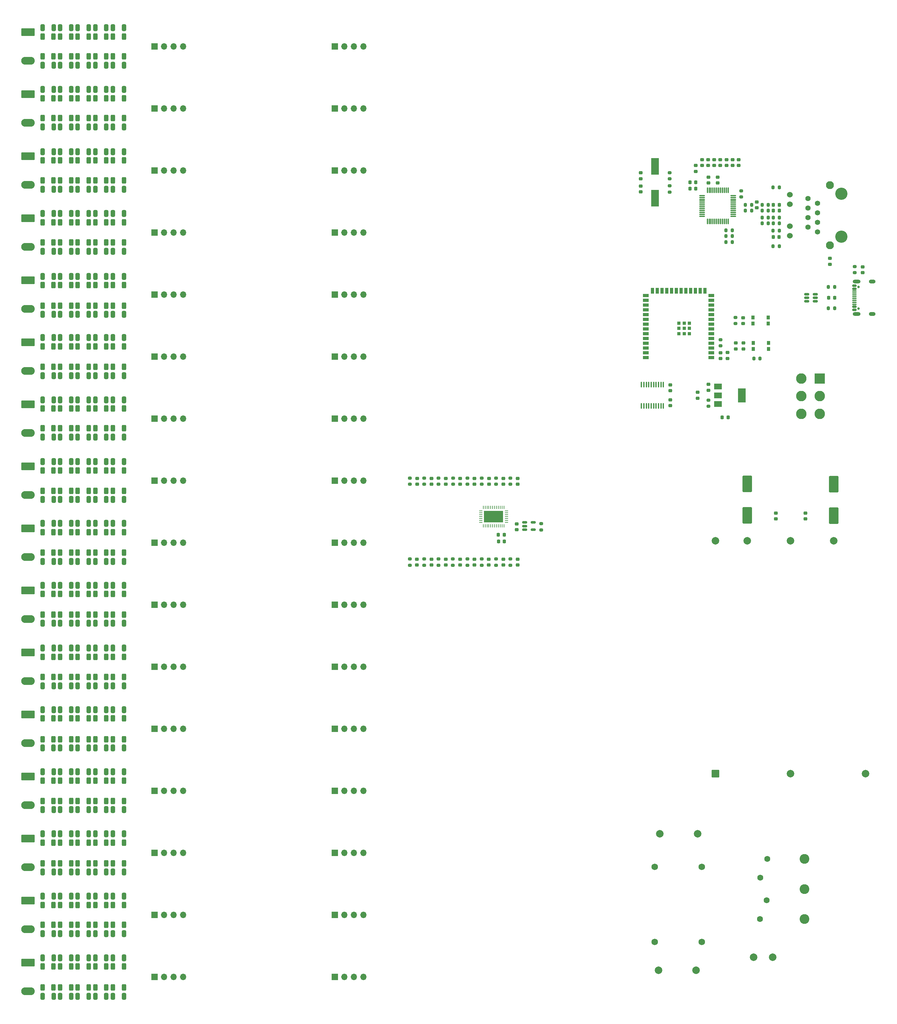
<source format=gbr>
%TF.GenerationSoftware,KiCad,Pcbnew,7.0.9*%
%TF.CreationDate,2024-07-10T12:52:44+02:00*%
%TF.ProjectId,diffprobe-espnow,64696666-7072-46f6-9265-2d6573706e6f,rev?*%
%TF.SameCoordinates,Original*%
%TF.FileFunction,Soldermask,Top*%
%TF.FilePolarity,Negative*%
%FSLAX46Y46*%
G04 Gerber Fmt 4.6, Leading zero omitted, Abs format (unit mm)*
G04 Created by KiCad (PCBNEW 7.0.9) date 2024-07-10 12:52:44*
%MOMM*%
%LPD*%
G01*
G04 APERTURE LIST*
G04 Aperture macros list*
%AMRoundRect*
0 Rectangle with rounded corners*
0 $1 Rounding radius*
0 $2 $3 $4 $5 $6 $7 $8 $9 X,Y pos of 4 corners*
0 Add a 4 corners polygon primitive as box body*
4,1,4,$2,$3,$4,$5,$6,$7,$8,$9,$2,$3,0*
0 Add four circle primitives for the rounded corners*
1,1,$1+$1,$2,$3*
1,1,$1+$1,$4,$5*
1,1,$1+$1,$6,$7*
1,1,$1+$1,$8,$9*
0 Add four rect primitives between the rounded corners*
20,1,$1+$1,$2,$3,$4,$5,0*
20,1,$1+$1,$4,$5,$6,$7,0*
20,1,$1+$1,$6,$7,$8,$9,0*
20,1,$1+$1,$8,$9,$2,$3,0*%
G04 Aperture macros list end*
%ADD10C,3.251200*%
%ADD11C,1.397000*%
%ADD12C,1.524000*%
%ADD13C,2.108200*%
%ADD14RoundRect,0.250000X-0.325000X-0.650000X0.325000X-0.650000X0.325000X0.650000X-0.325000X0.650000X0*%
%ADD15RoundRect,0.250000X-0.312500X-0.625000X0.312500X-0.625000X0.312500X0.625000X-0.312500X0.625000X0*%
%ADD16RoundRect,0.225000X-0.225000X-0.250000X0.225000X-0.250000X0.225000X0.250000X-0.225000X0.250000X0*%
%ADD17RoundRect,0.200000X-0.200000X-0.275000X0.200000X-0.275000X0.200000X0.275000X-0.200000X0.275000X0*%
%ADD18R,1.700000X1.700000*%
%ADD19O,1.700000X1.700000*%
%ADD20RoundRect,0.250001X-1.549999X0.799999X-1.549999X-0.799999X1.549999X-0.799999X1.549999X0.799999X0*%
%ADD21O,3.600000X2.100000*%
%ADD22RoundRect,0.225000X-0.250000X0.225000X-0.250000X-0.225000X0.250000X-0.225000X0.250000X0.225000X0*%
%ADD23RoundRect,0.218750X-0.218750X-0.256250X0.218750X-0.256250X0.218750X0.256250X-0.218750X0.256250X0*%
%ADD24RoundRect,0.200000X-0.275000X0.200000X-0.275000X-0.200000X0.275000X-0.200000X0.275000X0.200000X0*%
%ADD25RoundRect,0.200000X0.275000X-0.200000X0.275000X0.200000X-0.275000X0.200000X-0.275000X-0.200000X0*%
%ADD26RoundRect,0.225000X0.250000X-0.225000X0.250000X0.225000X-0.250000X0.225000X-0.250000X-0.225000X0*%
%ADD27RoundRect,0.200000X0.200000X0.275000X-0.200000X0.275000X-0.200000X-0.275000X0.200000X-0.275000X0*%
%ADD28RoundRect,0.075000X0.075000X0.662500X-0.075000X0.662500X-0.075000X-0.662500X0.075000X-0.662500X0*%
%ADD29RoundRect,0.075000X0.662500X0.075000X-0.662500X0.075000X-0.662500X-0.075000X0.662500X-0.075000X0*%
%ADD30C,0.650000*%
%ADD31RoundRect,0.150000X0.425000X-0.150000X0.425000X0.150000X-0.425000X0.150000X-0.425000X-0.150000X0*%
%ADD32RoundRect,0.075000X0.500000X-0.075000X0.500000X0.075000X-0.500000X0.075000X-0.500000X-0.075000X0*%
%ADD33O,2.100000X1.000000*%
%ADD34O,1.800000X1.000000*%
%ADD35R,2.800000X2.800000*%
%ADD36C,2.800000*%
%ADD37C,2.000000*%
%ADD38R,0.900000X1.000000*%
%ADD39R,1.500000X0.900000*%
%ADD40R,0.900000X1.500000*%
%ADD41R,0.900000X0.900000*%
%ADD42RoundRect,0.218750X-0.256250X0.218750X-0.256250X-0.218750X0.256250X-0.218750X0.256250X0.218750X0*%
%ADD43C,2.600000*%
%ADD44RoundRect,0.250000X1.000000X-1.950000X1.000000X1.950000X-1.000000X1.950000X-1.000000X-1.950000X0*%
%ADD45C,1.750000*%
%ADD46C,1.600000*%
%ADD47R,2.000000X4.500000*%
%ADD48RoundRect,0.102000X0.900000X-0.900000X0.900000X0.900000X-0.900000X0.900000X-0.900000X-0.900000X0*%
%ADD49C,2.004000*%
%ADD50RoundRect,0.150000X-0.512500X-0.150000X0.512500X-0.150000X0.512500X0.150000X-0.512500X0.150000X0*%
%ADD51RoundRect,0.062500X-0.062500X0.375000X-0.062500X-0.375000X0.062500X-0.375000X0.062500X0.375000X0*%
%ADD52RoundRect,0.062500X-0.375000X0.062500X-0.375000X-0.062500X0.375000X-0.062500X0.375000X0.062500X0*%
%ADD53R,5.150000X3.150000*%
%ADD54RoundRect,0.100000X-0.100000X0.637500X-0.100000X-0.637500X0.100000X-0.637500X0.100000X0.637500X0*%
%ADD55RoundRect,0.218750X0.256250X-0.218750X0.256250X0.218750X-0.256250X0.218750X-0.256250X-0.218750X0*%
%ADD56R,2.000000X1.500000*%
%ADD57R,2.000000X3.800000*%
G04 APERTURE END LIST*
D10*
%TO.C,J12*%
X301604200Y-127159450D03*
X301604200Y-115729450D03*
D11*
X292714200Y-116999450D03*
X295254200Y-118269450D03*
X292714200Y-119539450D03*
X295254200Y-120809450D03*
X292714200Y-122079450D03*
X295254200Y-123349450D03*
X292714200Y-124619450D03*
X295254200Y-125889450D03*
D12*
X287888200Y-115983450D03*
X287888200Y-118523450D03*
X287888200Y-124365450D03*
X287888200Y-126905450D03*
D13*
X298556200Y-129445450D03*
X298556200Y-113443450D03*
%TD*%
D14*
%TO.C,C588*%
X98250000Y-213600000D03*
X101200000Y-213600000D03*
%TD*%
%TO.C,C546*%
X88897500Y-147850000D03*
X91847500Y-147850000D03*
%TD*%
D15*
%TO.C,R516*%
X88910000Y-95600000D03*
X91835000Y-95600000D03*
%TD*%
%TO.C,R657*%
X93600000Y-327000000D03*
X96525000Y-327000000D03*
%TD*%
D16*
%TO.C,C106*%
X210295000Y-206540000D03*
X211845000Y-206540000D03*
%TD*%
D14*
%TO.C,C613*%
X98250000Y-253100000D03*
X101200000Y-253100000D03*
%TD*%
D15*
%TO.C,R605*%
X107662500Y-239000000D03*
X110587500Y-239000000D03*
%TD*%
D14*
%TO.C,C640*%
X107650000Y-296300000D03*
X110600000Y-296300000D03*
%TD*%
D15*
%TO.C,R602*%
X93600000Y-239000000D03*
X96525000Y-239000000D03*
%TD*%
D17*
%TO.C,R119*%
X283475000Y-123619500D03*
X285125000Y-123619500D03*
%TD*%
D15*
%TO.C,R587*%
X93600000Y-211250000D03*
X96525000Y-211250000D03*
%TD*%
D18*
%TO.C,J124*%
X166700000Y-258140000D03*
D19*
X169240000Y-258140000D03*
X171780000Y-258140000D03*
X174320000Y-258140000D03*
%TD*%
D14*
%TO.C,C526*%
X88897500Y-114550000D03*
X91847500Y-114550000D03*
%TD*%
D15*
%TO.C,R617*%
X93600000Y-260950000D03*
X96525000Y-260950000D03*
%TD*%
D14*
%TO.C,C521*%
X88897500Y-104550000D03*
X91847500Y-104550000D03*
%TD*%
%TO.C,C615*%
X107650000Y-253100000D03*
X110600000Y-253100000D03*
%TD*%
%TO.C,C635*%
X107650000Y-286150000D03*
X110600000Y-286150000D03*
%TD*%
D15*
%TO.C,R639*%
X102962500Y-293950000D03*
X105887500Y-293950000D03*
%TD*%
%TO.C,R576*%
X88910000Y-194800000D03*
X91835000Y-194800000D03*
%TD*%
%TO.C,R549*%
X102962500Y-145530000D03*
X105887500Y-145530000D03*
%TD*%
D20*
%TO.C,J509*%
X85067500Y-204800000D03*
D21*
X85067500Y-212420000D03*
%TD*%
D14*
%TO.C,C591*%
X88897500Y-219950000D03*
X91847500Y-219950000D03*
%TD*%
D15*
%TO.C,R552*%
X93600000Y-156400000D03*
X96525000Y-156400000D03*
%TD*%
D16*
%TO.C,C105*%
X211850000Y-208300000D03*
X210300000Y-208300000D03*
%TD*%
D14*
%TO.C,C554*%
X102950000Y-154050000D03*
X105900000Y-154050000D03*
%TD*%
D22*
%TO.C,C108*%
X275444999Y-148740000D03*
X275444999Y-150290000D03*
%TD*%
D18*
%TO.C,J116*%
X166700000Y-192100000D03*
D19*
X169240000Y-192100000D03*
X171780000Y-192100000D03*
X174320000Y-192100000D03*
%TD*%
D15*
%TO.C,R659*%
X102962500Y-327000000D03*
X105887500Y-327000000D03*
%TD*%
%TO.C,R633*%
X98262500Y-288500000D03*
X101187500Y-288500000D03*
%TD*%
D14*
%TO.C,C614*%
X102950000Y-253100000D03*
X105900000Y-253100000D03*
%TD*%
%TO.C,C600*%
X107650000Y-230100000D03*
X110600000Y-230100000D03*
%TD*%
%TO.C,C555*%
X107650000Y-154050000D03*
X110600000Y-154050000D03*
%TD*%
D22*
%TO.C,C120*%
X267763671Y-108215000D03*
X267763671Y-106665000D03*
%TD*%
D14*
%TO.C,C622*%
X93587500Y-269600000D03*
X96537500Y-269600000D03*
%TD*%
D15*
%TO.C,R531*%
X88910000Y-123400000D03*
X91835000Y-123400000D03*
%TD*%
D23*
%TO.C,D101*%
X299797500Y-143445000D03*
X298222500Y-143445000D03*
%TD*%
D15*
%TO.C,R590*%
X107662500Y-211250000D03*
X110587500Y-211250000D03*
%TD*%
D22*
%TO.C,C121*%
X266142005Y-108215000D03*
X266142005Y-106665000D03*
%TD*%
D15*
%TO.C,R637*%
X93600000Y-293950000D03*
X96525000Y-293950000D03*
%TD*%
%TO.C,R569*%
X102962500Y-178200000D03*
X105887500Y-178200000D03*
%TD*%
D20*
%TO.C,J504*%
X85067500Y-122250000D03*
D21*
X85067500Y-129870000D03*
%TD*%
D24*
%TO.C,R107*%
X255884200Y-111810000D03*
X255884200Y-110160000D03*
%TD*%
D15*
%TO.C,R595*%
X107662500Y-222300000D03*
X110587500Y-222300000D03*
%TD*%
%TO.C,R640*%
X107662500Y-293950000D03*
X110587500Y-293950000D03*
%TD*%
D14*
%TO.C,C652*%
X93587500Y-319100000D03*
X96537500Y-319100000D03*
%TD*%
%TO.C,C566*%
X88897500Y-180550000D03*
X91847500Y-180550000D03*
%TD*%
D22*
%TO.C,C114*%
X266214200Y-112875000D03*
X266214200Y-111325000D03*
%TD*%
D14*
%TO.C,C536*%
X88897500Y-131100000D03*
X91847500Y-131100000D03*
%TD*%
D15*
%TO.C,R610*%
X107662500Y-244350000D03*
X110587500Y-244350000D03*
%TD*%
%TO.C,R543*%
X98262500Y-140100000D03*
X101187500Y-140100000D03*
%TD*%
D18*
%TO.C,J132*%
X166700000Y-324180000D03*
D19*
X169240000Y-324180000D03*
X171780000Y-324180000D03*
X174320000Y-324180000D03*
%TD*%
D15*
%TO.C,R589*%
X102962500Y-211250000D03*
X105887500Y-211250000D03*
%TD*%
D25*
%TO.C,R206*%
X194376666Y-191450000D03*
X194376666Y-193100000D03*
%TD*%
D18*
%TO.C,J131*%
X118700000Y-324180000D03*
D19*
X121240000Y-324180000D03*
X123780000Y-324180000D03*
X126320000Y-324180000D03*
%TD*%
D14*
%TO.C,C535*%
X107650000Y-121050000D03*
X110600000Y-121050000D03*
%TD*%
D26*
%TO.C,C202*%
X211596663Y-191500000D03*
X211596663Y-193050000D03*
%TD*%
D15*
%TO.C,R574*%
X102962500Y-189400000D03*
X105887500Y-189400000D03*
%TD*%
D25*
%TO.C,R105*%
X273374999Y-150340000D03*
X273374999Y-148690000D03*
%TD*%
D24*
%TO.C,R213*%
X202006664Y-214625000D03*
X202006664Y-212975000D03*
%TD*%
D15*
%TO.C,R634*%
X102962500Y-288500000D03*
X105887500Y-288500000D03*
%TD*%
D14*
%TO.C,C572*%
X93587500Y-187050000D03*
X96537500Y-187050000D03*
%TD*%
D22*
%TO.C,C216*%
X215400000Y-213025000D03*
X215400000Y-214575000D03*
%TD*%
D15*
%TO.C,R528*%
X98262500Y-112200000D03*
X101187500Y-112200000D03*
%TD*%
D14*
%TO.C,C647*%
X93587500Y-312700000D03*
X96537500Y-312700000D03*
%TD*%
%TO.C,C586*%
X88897500Y-213600000D03*
X91847500Y-213600000D03*
%TD*%
%TO.C,C527*%
X93587500Y-114550000D03*
X96537500Y-114550000D03*
%TD*%
%TO.C,C653*%
X98250000Y-319100000D03*
X101200000Y-319100000D03*
%TD*%
%TO.C,C610*%
X107650000Y-246700000D03*
X110600000Y-246700000D03*
%TD*%
D15*
%TO.C,R570*%
X107662500Y-178200000D03*
X110587500Y-178200000D03*
%TD*%
D18*
%TO.C,J117*%
X118700000Y-208610000D03*
D19*
X121240000Y-208610000D03*
X123780000Y-208610000D03*
X126320000Y-208610000D03*
%TD*%
D14*
%TO.C,C564*%
X102950000Y-170600000D03*
X105900000Y-170600000D03*
%TD*%
%TO.C,C649*%
X102950000Y-312700000D03*
X105900000Y-312700000D03*
%TD*%
%TO.C,C581*%
X88897500Y-203500000D03*
X91847500Y-203500000D03*
%TD*%
%TO.C,C578*%
X98250000Y-197150000D03*
X101200000Y-197150000D03*
%TD*%
%TO.C,C568*%
X98250000Y-180550000D03*
X101200000Y-180550000D03*
%TD*%
D15*
%TO.C,R598*%
X98262500Y-227750000D03*
X101187500Y-227750000D03*
%TD*%
D14*
%TO.C,C625*%
X107650000Y-269600000D03*
X110600000Y-269600000D03*
%TD*%
D15*
%TO.C,R612*%
X93600000Y-255400000D03*
X96525000Y-255400000D03*
%TD*%
D18*
%TO.C,J112*%
X166700000Y-159080000D03*
D19*
X169240000Y-159080000D03*
X171780000Y-159080000D03*
X174320000Y-159080000D03*
%TD*%
D26*
%TO.C,C206*%
X196289999Y-191500000D03*
X196289999Y-193050000D03*
%TD*%
D14*
%TO.C,C655*%
X107650000Y-319100000D03*
X110600000Y-319100000D03*
%TD*%
%TO.C,C562*%
X93587500Y-170600000D03*
X96537500Y-170600000D03*
%TD*%
D15*
%TO.C,R556*%
X88910000Y-161800000D03*
X91835000Y-161800000D03*
%TD*%
%TO.C,R585*%
X107662500Y-205850000D03*
X110587500Y-205850000D03*
%TD*%
D22*
%TO.C,C122*%
X264520335Y-108215000D03*
X264520335Y-106665000D03*
%TD*%
D18*
%TO.C,J122*%
X166700000Y-241630000D03*
D19*
X169240000Y-241630000D03*
X171780000Y-241630000D03*
X174320000Y-241630000D03*
%TD*%
D18*
%TO.C,J105*%
X118700000Y-109550000D03*
D19*
X121240000Y-109550000D03*
X123780000Y-109550000D03*
X126320000Y-109550000D03*
%TD*%
D15*
%TO.C,R555*%
X107662500Y-156400000D03*
X110587500Y-156400000D03*
%TD*%
D25*
%TO.C,R207*%
X190550000Y-191450000D03*
X190550000Y-193100000D03*
%TD*%
D20*
%TO.C,J503*%
X85067500Y-105740000D03*
D21*
X85067500Y-113360000D03*
%TD*%
D15*
%TO.C,R540*%
X107662500Y-128750000D03*
X110587500Y-128750000D03*
%TD*%
D14*
%TO.C,C524*%
X102950000Y-104550000D03*
X105900000Y-104550000D03*
%TD*%
D15*
%TO.C,R575*%
X107662500Y-189400000D03*
X110587500Y-189400000D03*
%TD*%
D17*
%TO.C,R114*%
X280500000Y-122119500D03*
X282150000Y-122119500D03*
%TD*%
D27*
%TO.C,R123*%
X283425000Y-114100000D03*
X285075000Y-114100000D03*
%TD*%
D14*
%TO.C,C542*%
X93587500Y-137750000D03*
X96537500Y-137750000D03*
%TD*%
D15*
%TO.C,R553*%
X98262500Y-156400000D03*
X101187500Y-156400000D03*
%TD*%
%TO.C,R594*%
X102962500Y-222300000D03*
X105887500Y-222300000D03*
%TD*%
D28*
%TO.C,U103*%
X271437005Y-123157500D03*
X270937005Y-123157500D03*
X270437005Y-123157500D03*
X269937005Y-123157500D03*
X269437005Y-123157500D03*
X268937005Y-123157500D03*
X268437005Y-123157500D03*
X267937005Y-123157500D03*
X267437005Y-123157500D03*
X266937005Y-123157500D03*
X266437005Y-123157500D03*
X265937005Y-123157500D03*
D29*
X264524505Y-121745000D03*
X264524505Y-121245000D03*
X264524505Y-120745000D03*
X264524505Y-120245000D03*
X264524505Y-119745000D03*
X264524505Y-119245000D03*
X264524505Y-118745000D03*
X264524505Y-118245000D03*
X264524505Y-117745000D03*
X264524505Y-117245000D03*
X264524505Y-116745000D03*
X264524505Y-116245000D03*
D28*
X265937005Y-114832500D03*
X266437005Y-114832500D03*
X266937005Y-114832500D03*
X267437005Y-114832500D03*
X267937005Y-114832500D03*
X268437005Y-114832500D03*
X268937005Y-114832500D03*
X269437005Y-114832500D03*
X269937005Y-114832500D03*
X270437005Y-114832500D03*
X270937005Y-114832500D03*
X271437005Y-114832500D03*
D29*
X272849505Y-116245000D03*
X272849505Y-116745000D03*
X272849505Y-117245000D03*
X272849505Y-117745000D03*
X272849505Y-118245000D03*
X272849505Y-118745000D03*
X272849505Y-119245000D03*
X272849505Y-119745000D03*
X272849505Y-120245000D03*
X272849505Y-120745000D03*
X272849505Y-121245000D03*
X272849505Y-121745000D03*
%TD*%
D22*
%TO.C,C211*%
X196266665Y-214575000D03*
X196266665Y-213025000D03*
%TD*%
D14*
%TO.C,C631*%
X88897500Y-286150000D03*
X91847500Y-286150000D03*
%TD*%
D15*
%TO.C,R643*%
X98262500Y-305050000D03*
X101187500Y-305050000D03*
%TD*%
%TO.C,R523*%
X98262500Y-106900000D03*
X101187500Y-106900000D03*
%TD*%
D14*
%TO.C,C590*%
X107650000Y-213600000D03*
X110600000Y-213600000D03*
%TD*%
%TO.C,C651*%
X88897500Y-319100000D03*
X91847500Y-319100000D03*
%TD*%
D15*
%TO.C,R578*%
X98262500Y-194800000D03*
X101187500Y-194800000D03*
%TD*%
D18*
%TO.C,J129*%
X118700000Y-307670000D03*
D19*
X121240000Y-307670000D03*
X123780000Y-307670000D03*
X126320000Y-307670000D03*
%TD*%
D14*
%TO.C,C633*%
X98250000Y-286150000D03*
X101200000Y-286150000D03*
%TD*%
%TO.C,C534*%
X102950000Y-121050000D03*
X105900000Y-121050000D03*
%TD*%
D26*
%TO.C,C201*%
X215423334Y-191500000D03*
X215423334Y-193050000D03*
%TD*%
D15*
%TO.C,R519*%
X102962500Y-95600000D03*
X105887500Y-95600000D03*
%TD*%
D30*
%TO.C,J11*%
X306145000Y-146335000D03*
X306145000Y-140555000D03*
D31*
X305070000Y-146645000D03*
X305070000Y-145845000D03*
D32*
X305070000Y-144695000D03*
X305070000Y-143695000D03*
X305070000Y-143195000D03*
X305070000Y-142195000D03*
D31*
X305070000Y-141045000D03*
X305070000Y-140245000D03*
X305070000Y-140245000D03*
X305070000Y-141045000D03*
D32*
X305070000Y-141695000D03*
X305070000Y-142695000D03*
X305070000Y-144195000D03*
X305070000Y-145195000D03*
D31*
X305070000Y-145845000D03*
X305070000Y-146645000D03*
D33*
X305645000Y-147765000D03*
D34*
X309825000Y-147765000D03*
D33*
X305645000Y-139125000D03*
D34*
X309825000Y-139125000D03*
%TD*%
D35*
%TO.C,SW103*%
X295810000Y-164950000D03*
D36*
X295810000Y-169650000D03*
X295810000Y-174350000D03*
X290980000Y-164950000D03*
X290980000Y-169650000D03*
X290980000Y-174350000D03*
%TD*%
D14*
%TO.C,C514*%
X102950000Y-87950000D03*
X105900000Y-87950000D03*
%TD*%
D37*
%TO.C,C302*%
X253300000Y-286080000D03*
X263300000Y-286080000D03*
%TD*%
D15*
%TO.C,R616*%
X88910000Y-260950000D03*
X91835000Y-260950000D03*
%TD*%
D38*
%TO.C,SW102*%
X278064999Y-148715000D03*
X282164999Y-148715000D03*
X278064999Y-150315000D03*
X282164999Y-150315000D03*
%TD*%
D15*
%TO.C,R517*%
X93600000Y-95600000D03*
X96525000Y-95600000D03*
%TD*%
D14*
%TO.C,C620*%
X107647500Y-263230000D03*
X110597500Y-263230000D03*
%TD*%
D15*
%TO.C,R615*%
X107662500Y-255400000D03*
X110587500Y-255400000D03*
%TD*%
D18*
%TO.C,J118*%
X166700000Y-208610000D03*
D19*
X169240000Y-208610000D03*
X171780000Y-208610000D03*
X174320000Y-208610000D03*
%TD*%
D15*
%TO.C,R582*%
X93600000Y-205850000D03*
X96525000Y-205850000D03*
%TD*%
D14*
%TO.C,C582*%
X93587500Y-203500000D03*
X96537500Y-203500000D03*
%TD*%
D15*
%TO.C,R521*%
X88910000Y-106900000D03*
X91835000Y-106900000D03*
%TD*%
D39*
%TO.C,U101*%
X267020000Y-159330000D03*
X267020000Y-158060000D03*
X267020000Y-156790000D03*
X267020000Y-155520000D03*
X267020000Y-154250000D03*
X267020000Y-152980000D03*
X267020000Y-151710000D03*
X267020000Y-150440000D03*
X267020000Y-149170000D03*
X267020000Y-147900000D03*
X267020000Y-146630000D03*
X267020000Y-145360000D03*
X267020000Y-144090000D03*
X267020000Y-142820000D03*
D40*
X265255000Y-141570000D03*
X263985000Y-141570000D03*
X262715000Y-141570000D03*
X261445000Y-141570000D03*
X260175000Y-141570000D03*
X258905000Y-141570000D03*
X257635000Y-141570000D03*
X256365000Y-141570000D03*
X255095000Y-141570000D03*
X253825000Y-141570000D03*
X252555000Y-141570000D03*
X251285000Y-141570000D03*
D39*
X249520000Y-142820000D03*
X249520000Y-144090000D03*
X249520000Y-145360000D03*
X249520000Y-146630000D03*
X249520000Y-147900000D03*
X249520000Y-149170000D03*
X249520000Y-150440000D03*
X249520000Y-151710000D03*
X249520000Y-152980000D03*
X249520000Y-154250000D03*
X249520000Y-155520000D03*
X249520000Y-156790000D03*
X249520000Y-158060000D03*
X249520000Y-159330000D03*
D41*
X261170000Y-153010000D03*
X261170000Y-151610000D03*
X261170000Y-150210000D03*
X259770000Y-153010000D03*
X259770000Y-151610000D03*
X259770000Y-150210000D03*
X258370000Y-153010000D03*
X258370000Y-151610000D03*
X258370000Y-150210000D03*
%TD*%
D14*
%TO.C,C587*%
X93587500Y-213600000D03*
X96537500Y-213600000D03*
%TD*%
D17*
%TO.C,R118*%
X283425000Y-125600000D03*
X285075000Y-125600000D03*
%TD*%
%TO.C,R115*%
X277700000Y-118750000D03*
X276050000Y-118750000D03*
%TD*%
D16*
%TO.C,C113*%
X262837005Y-114445000D03*
X261287005Y-114445000D03*
%TD*%
D14*
%TO.C,C660*%
X107650000Y-329350000D03*
X110600000Y-329350000D03*
%TD*%
D20*
%TO.C,J505*%
X85067500Y-138760000D03*
D21*
X85067500Y-146380000D03*
%TD*%
D15*
%TO.C,R646*%
X88910000Y-310350000D03*
X91835000Y-310350000D03*
%TD*%
D14*
%TO.C,C553*%
X98250000Y-154050000D03*
X101200000Y-154050000D03*
%TD*%
D27*
%TO.C,R122*%
X285075000Y-129700000D03*
X283425000Y-129700000D03*
%TD*%
D15*
%TO.C,R518*%
X98262500Y-95600000D03*
X101187500Y-95600000D03*
%TD*%
D14*
%TO.C,C629*%
X102950000Y-279700000D03*
X105900000Y-279700000D03*
%TD*%
%TO.C,C543*%
X98250000Y-137750000D03*
X101200000Y-137750000D03*
%TD*%
%TO.C,C531*%
X88897500Y-121050000D03*
X91847500Y-121050000D03*
%TD*%
D15*
%TO.C,R507*%
X93600000Y-79150000D03*
X96525000Y-79150000D03*
%TD*%
%TO.C,R537*%
X93600000Y-128750000D03*
X96525000Y-128750000D03*
%TD*%
%TO.C,R638*%
X98262500Y-293950000D03*
X101187500Y-293950000D03*
%TD*%
D14*
%TO.C,C646*%
X88897500Y-312700000D03*
X91847500Y-312700000D03*
%TD*%
%TO.C,C537*%
X93587500Y-131100000D03*
X96537500Y-131100000D03*
%TD*%
D15*
%TO.C,R524*%
X102962500Y-106900000D03*
X105887500Y-106900000D03*
%TD*%
D14*
%TO.C,C604*%
X102950000Y-236650000D03*
X105900000Y-236650000D03*
%TD*%
D15*
%TO.C,R560*%
X107662500Y-161800000D03*
X110587500Y-161800000D03*
%TD*%
D22*
%TO.C,C212*%
X200093331Y-214575000D03*
X200093331Y-213025000D03*
%TD*%
D27*
%TO.C,R120*%
X280500000Y-118750000D03*
X282150000Y-118750000D03*
%TD*%
D24*
%TO.C,R106*%
X266260000Y-170702500D03*
X266260000Y-172352500D03*
%TD*%
D26*
%TO.C,C305*%
X284200000Y-202275000D03*
X284200000Y-200725000D03*
%TD*%
D15*
%TO.C,R641*%
X88910000Y-305050000D03*
X91835000Y-305050000D03*
%TD*%
D26*
%TO.C,C111*%
X248184200Y-113710000D03*
X248184200Y-115260000D03*
%TD*%
D14*
%TO.C,C540*%
X107650000Y-131100000D03*
X110600000Y-131100000D03*
%TD*%
D15*
%TO.C,R592*%
X93600000Y-222300000D03*
X96525000Y-222300000D03*
%TD*%
D22*
%TO.C,C217*%
X256100000Y-170625000D03*
X256100000Y-172175000D03*
%TD*%
D14*
%TO.C,C577*%
X93587500Y-197150000D03*
X96537500Y-197150000D03*
%TD*%
D22*
%TO.C,C116*%
X274250335Y-108215000D03*
X274250335Y-106665000D03*
%TD*%
D14*
%TO.C,C549*%
X102950000Y-147850000D03*
X105900000Y-147850000D03*
%TD*%
D22*
%TO.C,C214*%
X207746663Y-214575000D03*
X207746663Y-213025000D03*
%TD*%
D14*
%TO.C,C538*%
X98250000Y-131100000D03*
X101200000Y-131100000D03*
%TD*%
%TO.C,C529*%
X102950000Y-114550000D03*
X105900000Y-114550000D03*
%TD*%
%TO.C,C551*%
X88897500Y-154050000D03*
X91847500Y-154050000D03*
%TD*%
D15*
%TO.C,R654*%
X102962500Y-321450000D03*
X105887500Y-321450000D03*
%TD*%
%TO.C,R631*%
X88910000Y-288500000D03*
X91835000Y-288500000D03*
%TD*%
D24*
%TO.C,R108*%
X255884200Y-115310000D03*
X255884200Y-113660000D03*
%TD*%
D14*
%TO.C,C592*%
X93587500Y-219950000D03*
X96537500Y-219950000D03*
%TD*%
D22*
%TO.C,C213*%
X203919997Y-214575000D03*
X203919997Y-213025000D03*
%TD*%
D15*
%TO.C,R504*%
X102962500Y-73920000D03*
X105887500Y-73920000D03*
%TD*%
%TO.C,R565*%
X107662500Y-172950000D03*
X110587500Y-172950000D03*
%TD*%
D20*
%TO.C,J510*%
X85067500Y-221310000D03*
D21*
X85067500Y-228930000D03*
%TD*%
D14*
%TO.C,C638*%
X98250000Y-296300000D03*
X101200000Y-296300000D03*
%TD*%
D15*
%TO.C,R514*%
X102962500Y-90350000D03*
X105887500Y-90350000D03*
%TD*%
%TO.C,R550*%
X107662500Y-145530000D03*
X110587500Y-145530000D03*
%TD*%
D14*
%TO.C,C560*%
X107650000Y-164150000D03*
X110600000Y-164150000D03*
%TD*%
%TO.C,C627*%
X93587500Y-279700000D03*
X96537500Y-279700000D03*
%TD*%
D22*
%TO.C,C104*%
X269414999Y-158060000D03*
X269414999Y-159610000D03*
%TD*%
D15*
%TO.C,R601*%
X88910000Y-239000000D03*
X91835000Y-239000000D03*
%TD*%
D27*
%TO.C,R104*%
X299815000Y-146250000D03*
X298165000Y-146250000D03*
%TD*%
D22*
%TO.C,C210*%
X192439999Y-214575000D03*
X192439999Y-213025000D03*
%TD*%
%TO.C,C209*%
X188613333Y-214575000D03*
X188613333Y-213025000D03*
%TD*%
D26*
%TO.C,C110*%
X248184200Y-110210000D03*
X248184200Y-111760000D03*
%TD*%
D14*
%TO.C,C576*%
X88897500Y-197150000D03*
X91847500Y-197150000D03*
%TD*%
%TO.C,C502*%
X93587500Y-71550000D03*
X96537500Y-71550000D03*
%TD*%
%TO.C,C563*%
X98250000Y-170600000D03*
X101200000Y-170600000D03*
%TD*%
D18*
%TO.C,J108*%
X166700000Y-126060000D03*
D19*
X169240000Y-126060000D03*
X171780000Y-126060000D03*
X174320000Y-126060000D03*
%TD*%
D15*
%TO.C,R649*%
X102962500Y-310350000D03*
X105887500Y-310350000D03*
%TD*%
D14*
%TO.C,C593*%
X98250000Y-219950000D03*
X101200000Y-219950000D03*
%TD*%
%TO.C,C552*%
X93587500Y-154050000D03*
X96537500Y-154050000D03*
%TD*%
%TO.C,C511*%
X88897500Y-87950000D03*
X91847500Y-87950000D03*
%TD*%
D25*
%TO.C,R210*%
X190526666Y-212975000D03*
X190526666Y-214625000D03*
%TD*%
D14*
%TO.C,C626*%
X88897500Y-279700000D03*
X91847500Y-279700000D03*
%TD*%
%TO.C,C523*%
X98250000Y-104550000D03*
X101200000Y-104550000D03*
%TD*%
D22*
%TO.C,C117*%
X272628669Y-108215000D03*
X272628669Y-106665000D03*
%TD*%
D14*
%TO.C,C619*%
X102947500Y-263230000D03*
X105897500Y-263230000D03*
%TD*%
D15*
%TO.C,R522*%
X93600000Y-106900000D03*
X96525000Y-106900000D03*
%TD*%
D16*
%TO.C,C123*%
X283475000Y-127284750D03*
X285025000Y-127284750D03*
%TD*%
D15*
%TO.C,R545*%
X107662500Y-140100000D03*
X110587500Y-140100000D03*
%TD*%
%TO.C,R581*%
X88910000Y-205850000D03*
X91835000Y-205850000D03*
%TD*%
%TO.C,R619*%
X102962500Y-260950000D03*
X105887500Y-260950000D03*
%TD*%
%TO.C,R632*%
X93600000Y-288500000D03*
X96525000Y-288500000D03*
%TD*%
D14*
%TO.C,C632*%
X93587500Y-286150000D03*
X96537500Y-286150000D03*
%TD*%
%TO.C,C545*%
X107650000Y-137750000D03*
X110600000Y-137750000D03*
%TD*%
D26*
%TO.C,C102*%
X273459999Y-157045000D03*
X273459999Y-155495000D03*
%TD*%
D14*
%TO.C,C559*%
X102950000Y-164150000D03*
X105900000Y-164150000D03*
%TD*%
D15*
%TO.C,R520*%
X107662500Y-95600000D03*
X110587500Y-95600000D03*
%TD*%
D24*
%TO.C,R215*%
X209659996Y-214625000D03*
X209659996Y-212975000D03*
%TD*%
D15*
%TO.C,R660*%
X107662500Y-327000000D03*
X110587500Y-327000000D03*
%TD*%
%TO.C,R635*%
X107662500Y-288500000D03*
X110587500Y-288500000D03*
%TD*%
D14*
%TO.C,C602*%
X93587500Y-236650000D03*
X96537500Y-236650000D03*
%TD*%
%TO.C,C595*%
X107650000Y-219950000D03*
X110600000Y-219950000D03*
%TD*%
D26*
%TO.C,C207*%
X192463333Y-191500000D03*
X192463333Y-193050000D03*
%TD*%
D20*
%TO.C,J507*%
X85067500Y-171780000D03*
D21*
X85067500Y-179400000D03*
%TD*%
D17*
%TO.C,R113*%
X277700000Y-120250000D03*
X276050000Y-120250000D03*
%TD*%
D14*
%TO.C,C525*%
X107650000Y-104550000D03*
X110600000Y-104550000D03*
%TD*%
D15*
%TO.C,R535*%
X107662500Y-123400000D03*
X110587500Y-123400000D03*
%TD*%
%TO.C,R611*%
X88910000Y-255400000D03*
X91835000Y-255400000D03*
%TD*%
%TO.C,R648*%
X98262500Y-310350000D03*
X101187500Y-310350000D03*
%TD*%
%TO.C,R606*%
X88910000Y-244350000D03*
X91835000Y-244350000D03*
%TD*%
D14*
%TO.C,C507*%
X93587500Y-81550000D03*
X96537500Y-81550000D03*
%TD*%
D42*
%TO.C,D102*%
X263340000Y-168630000D03*
X263340000Y-170205000D03*
%TD*%
D15*
%TO.C,R596*%
X88910000Y-227750000D03*
X91835000Y-227750000D03*
%TD*%
D43*
%TO.C,J54*%
X291760000Y-308830000D03*
%TD*%
D15*
%TO.C,R534*%
X102962500Y-123400000D03*
X105887500Y-123400000D03*
%TD*%
D14*
%TO.C,C561*%
X88897500Y-170600000D03*
X91847500Y-170600000D03*
%TD*%
D15*
%TO.C,R541*%
X88910000Y-140100000D03*
X91835000Y-140100000D03*
%TD*%
D14*
%TO.C,C641*%
X88897500Y-302700000D03*
X91847500Y-302700000D03*
%TD*%
%TO.C,C599*%
X102950000Y-230100000D03*
X105900000Y-230100000D03*
%TD*%
D15*
%TO.C,R505*%
X107662500Y-73920000D03*
X110587500Y-73920000D03*
%TD*%
%TO.C,R642*%
X93600000Y-305050000D03*
X96525000Y-305050000D03*
%TD*%
D18*
%TO.C,J123*%
X118700000Y-258140000D03*
D19*
X121240000Y-258140000D03*
X123780000Y-258140000D03*
X126320000Y-258140000D03*
%TD*%
D26*
%TO.C,C127*%
X298556200Y-132975000D03*
X298556200Y-134525000D03*
%TD*%
D15*
%TO.C,R502*%
X93600000Y-73920000D03*
X96525000Y-73920000D03*
%TD*%
D14*
%TO.C,C583*%
X98250000Y-203500000D03*
X101200000Y-203500000D03*
%TD*%
D15*
%TO.C,R530*%
X107662500Y-112200000D03*
X110587500Y-112200000D03*
%TD*%
%TO.C,R644*%
X102962500Y-305050000D03*
X105887500Y-305050000D03*
%TD*%
D14*
%TO.C,C659*%
X102950000Y-329350000D03*
X105900000Y-329350000D03*
%TD*%
%TO.C,C624*%
X102950000Y-269600000D03*
X105900000Y-269600000D03*
%TD*%
D15*
%TO.C,R546*%
X88910000Y-145530000D03*
X91835000Y-145530000D03*
%TD*%
D20*
%TO.C,J512*%
X85067500Y-254330000D03*
D21*
X85067500Y-261950000D03*
%TD*%
D37*
%TO.C,F1*%
X283350000Y-318980000D03*
X278270000Y-318980000D03*
%TD*%
D14*
%TO.C,C510*%
X107650000Y-81550000D03*
X110600000Y-81550000D03*
%TD*%
D27*
%TO.C,R103*%
X298165000Y-140600000D03*
X299815000Y-140600000D03*
%TD*%
D14*
%TO.C,C571*%
X88897500Y-187050000D03*
X91847500Y-187050000D03*
%TD*%
%TO.C,C522*%
X93587500Y-104550000D03*
X96537500Y-104550000D03*
%TD*%
D15*
%TO.C,R566*%
X88910000Y-178200000D03*
X91835000Y-178200000D03*
%TD*%
D18*
%TO.C,J128*%
X166700000Y-291160000D03*
D19*
X169240000Y-291160000D03*
X171780000Y-291160000D03*
X174320000Y-291160000D03*
%TD*%
D20*
%TO.C,J508*%
X85067500Y-188290000D03*
D21*
X85067500Y-195910000D03*
%TD*%
D18*
%TO.C,J106*%
X166700000Y-109550000D03*
D19*
X169240000Y-109550000D03*
X171780000Y-109550000D03*
X174320000Y-109550000D03*
%TD*%
D15*
%TO.C,R630*%
X107662500Y-277350000D03*
X110587500Y-277350000D03*
%TD*%
D17*
%TO.C,R101*%
X278319999Y-159630000D03*
X279969999Y-159630000D03*
%TD*%
D14*
%TO.C,C594*%
X102950000Y-219950000D03*
X105900000Y-219950000D03*
%TD*%
D18*
%TO.C,J103*%
X118700000Y-93040000D03*
D19*
X121240000Y-93040000D03*
X123780000Y-93040000D03*
X126320000Y-93040000D03*
%TD*%
D15*
%TO.C,R658*%
X98262500Y-327000000D03*
X101187500Y-327000000D03*
%TD*%
%TO.C,R529*%
X102962500Y-112200000D03*
X105887500Y-112200000D03*
%TD*%
D37*
%TO.C,C301*%
X252950000Y-322430000D03*
X262950000Y-322430000D03*
%TD*%
D44*
%TO.C,C304*%
X299600000Y-201450000D03*
X299600000Y-193050000D03*
%TD*%
D14*
%TO.C,C628*%
X98250000Y-279700000D03*
X101200000Y-279700000D03*
%TD*%
D15*
%TO.C,R627*%
X93600000Y-277350000D03*
X96525000Y-277350000D03*
%TD*%
%TO.C,R597*%
X93600000Y-227750000D03*
X96525000Y-227750000D03*
%TD*%
D14*
%TO.C,C512*%
X93587500Y-87950000D03*
X96537500Y-87950000D03*
%TD*%
D18*
%TO.C,J113*%
X118700000Y-175590000D03*
D19*
X121240000Y-175590000D03*
X123780000Y-175590000D03*
X126320000Y-175590000D03*
%TD*%
D14*
%TO.C,C658*%
X98250000Y-329350000D03*
X101200000Y-329350000D03*
%TD*%
D25*
%TO.C,R204*%
X202029998Y-191450000D03*
X202029998Y-193100000D03*
%TD*%
D14*
%TO.C,C603*%
X98250000Y-236650000D03*
X101200000Y-236650000D03*
%TD*%
D27*
%TO.C,R109*%
X270889200Y-128640000D03*
X272539200Y-128640000D03*
%TD*%
D14*
%TO.C,C636*%
X88897500Y-296300000D03*
X91847500Y-296300000D03*
%TD*%
D22*
%TO.C,C103*%
X271300000Y-158050000D03*
X271300000Y-159600000D03*
%TD*%
D45*
%TO.C,FL1*%
X251950000Y-314880000D03*
X251950000Y-294880000D03*
X264450000Y-314880000D03*
X264450000Y-294880000D03*
%TD*%
D14*
%TO.C,C618*%
X98247500Y-263230000D03*
X101197500Y-263230000D03*
%TD*%
%TO.C,C518*%
X98250000Y-97950000D03*
X101200000Y-97950000D03*
%TD*%
D15*
%TO.C,R593*%
X98262500Y-222300000D03*
X101187500Y-222300000D03*
%TD*%
D17*
%TO.C,R117*%
X283475000Y-122119500D03*
X285125000Y-122119500D03*
%TD*%
D14*
%TO.C,C574*%
X102950000Y-187050000D03*
X105900000Y-187050000D03*
%TD*%
D15*
%TO.C,R599*%
X102962500Y-227750000D03*
X105887500Y-227750000D03*
%TD*%
D24*
%TO.C,R102*%
X269414999Y-154605000D03*
X269414999Y-156255000D03*
%TD*%
D15*
%TO.C,R588*%
X98262500Y-211250000D03*
X101187500Y-211250000D03*
%TD*%
D18*
%TO.C,J119*%
X118700000Y-225120000D03*
D19*
X121240000Y-225120000D03*
X123780000Y-225120000D03*
X126320000Y-225120000D03*
%TD*%
D15*
%TO.C,R544*%
X102962500Y-140100000D03*
X105887500Y-140100000D03*
%TD*%
%TO.C,R557*%
X93600000Y-161800000D03*
X96525000Y-161800000D03*
%TD*%
D14*
%TO.C,C516*%
X88897500Y-97950000D03*
X91847500Y-97950000D03*
%TD*%
%TO.C,C607*%
X93587500Y-246700000D03*
X96537500Y-246700000D03*
%TD*%
D15*
%TO.C,R577*%
X93600000Y-194800000D03*
X96525000Y-194800000D03*
%TD*%
%TO.C,R600*%
X107662500Y-227750000D03*
X110587500Y-227750000D03*
%TD*%
%TO.C,R609*%
X102962500Y-244350000D03*
X105887500Y-244350000D03*
%TD*%
D18*
%TO.C,J107*%
X118700000Y-126060000D03*
D19*
X121240000Y-126060000D03*
X123780000Y-126060000D03*
X126320000Y-126060000D03*
%TD*%
D15*
%TO.C,R510*%
X107662500Y-79150000D03*
X110587500Y-79150000D03*
%TD*%
D14*
%TO.C,C506*%
X88897500Y-81550000D03*
X91847500Y-81550000D03*
%TD*%
D25*
%TO.C,R205*%
X198203332Y-191450000D03*
X198203332Y-193100000D03*
%TD*%
D15*
%TO.C,R513*%
X98262500Y-90350000D03*
X101187500Y-90350000D03*
%TD*%
%TO.C,R625*%
X107662500Y-271950000D03*
X110587500Y-271950000D03*
%TD*%
D27*
%TO.C,R111*%
X270889200Y-125500000D03*
X272539200Y-125500000D03*
%TD*%
D15*
%TO.C,R564*%
X102962500Y-172950000D03*
X105887500Y-172950000D03*
%TD*%
%TO.C,R628*%
X98262500Y-277350000D03*
X101187500Y-277350000D03*
%TD*%
D18*
%TO.C,J114*%
X166700000Y-175590000D03*
D19*
X169240000Y-175590000D03*
X171780000Y-175590000D03*
X174320000Y-175590000D03*
%TD*%
D15*
%TO.C,R655*%
X107662500Y-321450000D03*
X110587500Y-321450000D03*
%TD*%
%TO.C,R562*%
X93600000Y-172950000D03*
X96525000Y-172950000D03*
%TD*%
D17*
%TO.C,R112*%
X280500000Y-123619500D03*
X282150000Y-123619500D03*
%TD*%
D14*
%TO.C,C501*%
X88897500Y-71550000D03*
X91847500Y-71550000D03*
%TD*%
%TO.C,C609*%
X102950000Y-246700000D03*
X105900000Y-246700000D03*
%TD*%
D46*
%TO.C,RV2*%
X281850000Y-292830000D03*
X280050000Y-297830000D03*
%TD*%
D27*
%TO.C,R121*%
X280500000Y-120250000D03*
X282150000Y-120250000D03*
%TD*%
D16*
%TO.C,C126*%
X285075000Y-120250000D03*
X283525000Y-120250000D03*
%TD*%
D18*
%TO.C,J130*%
X166700000Y-307670000D03*
D19*
X169240000Y-307670000D03*
X171780000Y-307670000D03*
X174320000Y-307670000D03*
%TD*%
D14*
%TO.C,C558*%
X98250000Y-164150000D03*
X101200000Y-164150000D03*
%TD*%
%TO.C,C548*%
X98250000Y-147850000D03*
X101200000Y-147850000D03*
%TD*%
D44*
%TO.C,C306*%
X276550000Y-201350000D03*
X276550000Y-192950000D03*
%TD*%
D15*
%TO.C,R591*%
X88910000Y-222300000D03*
X91835000Y-222300000D03*
%TD*%
D47*
%TO.C,Y101*%
X252034200Y-116985000D03*
X252034200Y-108485000D03*
%TD*%
D14*
%TO.C,C532*%
X93587500Y-121050000D03*
X96537500Y-121050000D03*
%TD*%
D15*
%TO.C,R629*%
X102962500Y-277350000D03*
X105887500Y-277350000D03*
%TD*%
D14*
%TO.C,C584*%
X102950000Y-203500000D03*
X105900000Y-203500000D03*
%TD*%
%TO.C,C612*%
X93587500Y-253100000D03*
X96537500Y-253100000D03*
%TD*%
D24*
%TO.C,R214*%
X205833330Y-214625000D03*
X205833330Y-212975000D03*
%TD*%
D15*
%TO.C,R508*%
X98262500Y-79150000D03*
X101187500Y-79150000D03*
%TD*%
D14*
%TO.C,C648*%
X98250000Y-312700000D03*
X101200000Y-312700000D03*
%TD*%
D18*
%TO.C,J111*%
X118700000Y-159080000D03*
D19*
X121240000Y-159080000D03*
X123780000Y-159080000D03*
X126320000Y-159080000D03*
%TD*%
D15*
%TO.C,R608*%
X98262500Y-244350000D03*
X101187500Y-244350000D03*
%TD*%
%TO.C,R623*%
X98262500Y-271950000D03*
X101187500Y-271950000D03*
%TD*%
D43*
%TO.C,J56*%
X291760000Y-300860000D03*
%TD*%
D25*
%TO.C,R203*%
X205856664Y-191450000D03*
X205856664Y-193100000D03*
%TD*%
D14*
%TO.C,C557*%
X93587500Y-164150000D03*
X96537500Y-164150000D03*
%TD*%
D15*
%TO.C,R650*%
X107662500Y-310350000D03*
X110587500Y-310350000D03*
%TD*%
D22*
%TO.C,C219*%
X307260000Y-135200000D03*
X307260000Y-136750000D03*
%TD*%
D20*
%TO.C,J506*%
X85067500Y-155270000D03*
D21*
X85067500Y-162890000D03*
%TD*%
D14*
%TO.C,C596*%
X88897500Y-230100000D03*
X91847500Y-230100000D03*
%TD*%
%TO.C,C520*%
X107650000Y-97950000D03*
X110600000Y-97950000D03*
%TD*%
D15*
%TO.C,R561*%
X88910000Y-172950000D03*
X91835000Y-172950000D03*
%TD*%
D48*
%TO.C,PS1*%
X268050000Y-270100000D03*
D49*
X288050000Y-270100000D03*
X308050000Y-270100000D03*
X268050000Y-208100000D03*
X276550000Y-208100000D03*
X288050000Y-208100000D03*
X299550000Y-208100000D03*
%TD*%
D14*
%TO.C,C517*%
X93587500Y-97950000D03*
X96537500Y-97950000D03*
%TD*%
D15*
%TO.C,R653*%
X98262500Y-321450000D03*
X101187500Y-321450000D03*
%TD*%
%TO.C,R618*%
X98262500Y-260950000D03*
X101187500Y-260950000D03*
%TD*%
D14*
%TO.C,C519*%
X102950000Y-97950000D03*
X105900000Y-97950000D03*
%TD*%
D15*
%TO.C,R547*%
X93600000Y-145530000D03*
X96525000Y-145530000D03*
%TD*%
D16*
%TO.C,C112*%
X262837005Y-112735000D03*
X261287005Y-112735000D03*
%TD*%
D15*
%TO.C,R586*%
X88910000Y-211250000D03*
X91835000Y-211250000D03*
%TD*%
D25*
%TO.C,R116*%
X274900000Y-114975000D03*
X274900000Y-116625000D03*
%TD*%
D26*
%TO.C,C303*%
X292050000Y-202275000D03*
X292050000Y-200725000D03*
%TD*%
D15*
%TO.C,R559*%
X102962500Y-161800000D03*
X105887500Y-161800000D03*
%TD*%
D20*
%TO.C,J516*%
X85067500Y-320370000D03*
D21*
X85067500Y-327990000D03*
%TD*%
D25*
%TO.C,R212*%
X198179998Y-212975000D03*
X198179998Y-214625000D03*
%TD*%
%TO.C,R201*%
X213509996Y-191450000D03*
X213509996Y-193100000D03*
%TD*%
D18*
%TO.C,J110*%
X166700000Y-142570000D03*
D19*
X169240000Y-142570000D03*
X171780000Y-142570000D03*
X174320000Y-142570000D03*
%TD*%
D22*
%TO.C,C118*%
X271007003Y-108215000D03*
X271007003Y-106665000D03*
%TD*%
D14*
%TO.C,C528*%
X98250000Y-114550000D03*
X101200000Y-114550000D03*
%TD*%
D15*
%TO.C,R636*%
X88910000Y-293950000D03*
X91835000Y-293950000D03*
%TD*%
D14*
%TO.C,C505*%
X107650000Y-71550000D03*
X110600000Y-71550000D03*
%TD*%
D15*
%TO.C,R651*%
X88910000Y-321450000D03*
X91835000Y-321450000D03*
%TD*%
D14*
%TO.C,C579*%
X102950000Y-197150000D03*
X105900000Y-197150000D03*
%TD*%
D15*
%TO.C,R583*%
X98262500Y-205850000D03*
X101187500Y-205850000D03*
%TD*%
%TO.C,R515*%
X107662500Y-90350000D03*
X110587500Y-90350000D03*
%TD*%
D14*
%TO.C,C598*%
X98250000Y-230100000D03*
X101200000Y-230100000D03*
%TD*%
D15*
%TO.C,R538*%
X98262500Y-128750000D03*
X101187500Y-128750000D03*
%TD*%
D14*
%TO.C,C503*%
X98250000Y-71550000D03*
X101200000Y-71550000D03*
%TD*%
%TO.C,C567*%
X93587500Y-180550000D03*
X96537500Y-180550000D03*
%TD*%
%TO.C,C608*%
X98250000Y-246700000D03*
X101200000Y-246700000D03*
%TD*%
%TO.C,C611*%
X88897500Y-253100000D03*
X91847500Y-253100000D03*
%TD*%
D24*
%TO.C,R216*%
X213486664Y-214625000D03*
X213486664Y-212975000D03*
%TD*%
D43*
%TO.C,J55*%
X291760000Y-292830000D03*
%TD*%
D14*
%TO.C,C654*%
X102950000Y-319100000D03*
X105900000Y-319100000D03*
%TD*%
D15*
%TO.C,R647*%
X93600000Y-310350000D03*
X96525000Y-310350000D03*
%TD*%
D25*
%TO.C,R202*%
X209683330Y-191450000D03*
X209683330Y-193100000D03*
%TD*%
D26*
%TO.C,C205*%
X200116665Y-191500000D03*
X200116665Y-193050000D03*
%TD*%
D14*
%TO.C,C605*%
X107650000Y-236650000D03*
X110600000Y-236650000D03*
%TD*%
%TO.C,C513*%
X98250000Y-87950000D03*
X101200000Y-87950000D03*
%TD*%
D15*
%TO.C,R503*%
X98262500Y-73920000D03*
X101187500Y-73920000D03*
%TD*%
D14*
%TO.C,C617*%
X93585000Y-263230000D03*
X96535000Y-263230000D03*
%TD*%
D26*
%TO.C,C203*%
X207769997Y-191500000D03*
X207769997Y-193050000D03*
%TD*%
D15*
%TO.C,R572*%
X93600000Y-189400000D03*
X96525000Y-189400000D03*
%TD*%
D14*
%TO.C,C643*%
X98250000Y-302700000D03*
X101200000Y-302700000D03*
%TD*%
D26*
%TO.C,C101*%
X275529999Y-157045000D03*
X275529999Y-155495000D03*
%TD*%
D15*
%TO.C,R501*%
X88910000Y-73920000D03*
X91835000Y-73920000D03*
%TD*%
D14*
%TO.C,C616*%
X88895000Y-263230000D03*
X91845000Y-263230000D03*
%TD*%
D22*
%TO.C,C119*%
X269385337Y-108215000D03*
X269385337Y-106665000D03*
%TD*%
D25*
%TO.C,R208*%
X186723334Y-191450000D03*
X186723334Y-193100000D03*
%TD*%
D14*
%TO.C,C565*%
X107650000Y-170600000D03*
X110600000Y-170600000D03*
%TD*%
%TO.C,C642*%
X93587500Y-302700000D03*
X96537500Y-302700000D03*
%TD*%
D15*
%TO.C,R539*%
X102962500Y-128750000D03*
X105887500Y-128750000D03*
%TD*%
%TO.C,R652*%
X93600000Y-321450000D03*
X96525000Y-321450000D03*
%TD*%
D50*
%TO.C,U105*%
X292352500Y-142505000D03*
X292352500Y-143455000D03*
X292352500Y-144405000D03*
X294627500Y-144405000D03*
X294627500Y-143455000D03*
X294627500Y-142505000D03*
%TD*%
D14*
%TO.C,C637*%
X93587500Y-296300000D03*
X96537500Y-296300000D03*
%TD*%
D22*
%TO.C,C215*%
X211573329Y-214575000D03*
X211573329Y-213025000D03*
%TD*%
D25*
%TO.C,R211*%
X194353332Y-212975000D03*
X194353332Y-214625000D03*
%TD*%
D15*
%TO.C,R624*%
X102962500Y-271950000D03*
X105887500Y-271950000D03*
%TD*%
D27*
%TO.C,R110*%
X270889200Y-127050000D03*
X272539200Y-127050000D03*
%TD*%
D51*
%TO.C,U102*%
X211750000Y-199262500D03*
X211250000Y-199262500D03*
X210750000Y-199262500D03*
X210250000Y-199262500D03*
X209750000Y-199262500D03*
X209250000Y-199262500D03*
X208750000Y-199262500D03*
X208250000Y-199262500D03*
X207750000Y-199262500D03*
X207250000Y-199262500D03*
X206750000Y-199262500D03*
X206250000Y-199262500D03*
D52*
X205562500Y-200200000D03*
X205562500Y-200700000D03*
X205562500Y-201200000D03*
X205562500Y-201700000D03*
X205562500Y-202200000D03*
X205562500Y-202700000D03*
X205562500Y-203200000D03*
D51*
X206250000Y-204137500D03*
X206750000Y-204137500D03*
X207250000Y-204137500D03*
X207750000Y-204137500D03*
X208250000Y-204137500D03*
X208750000Y-204137500D03*
X209250000Y-204137500D03*
X209750000Y-204137500D03*
X210250000Y-204137500D03*
X210750000Y-204137500D03*
X211250000Y-204137500D03*
X211750000Y-204137500D03*
D52*
X212437500Y-203200000D03*
X212437500Y-202700000D03*
X212437500Y-202200000D03*
X212437500Y-201700000D03*
X212437500Y-201200000D03*
X212437500Y-200700000D03*
X212437500Y-200200000D03*
D53*
X209000000Y-201700000D03*
%TD*%
D15*
%TO.C,R622*%
X93600000Y-271950000D03*
X96525000Y-271950000D03*
%TD*%
D18*
%TO.C,J101*%
X118700000Y-76530000D03*
D19*
X121240000Y-76530000D03*
X123780000Y-76530000D03*
X126320000Y-76530000D03*
%TD*%
D18*
%TO.C,J121*%
X118700000Y-241630000D03*
D19*
X121240000Y-241630000D03*
X123780000Y-241630000D03*
X126320000Y-241630000D03*
%TD*%
D15*
%TO.C,R558*%
X98262500Y-161800000D03*
X101187500Y-161800000D03*
%TD*%
D18*
%TO.C,J109*%
X118700000Y-142570000D03*
D19*
X121240000Y-142570000D03*
X123780000Y-142570000D03*
X126320000Y-142570000D03*
%TD*%
D15*
%TO.C,R603*%
X98262500Y-239000000D03*
X101187500Y-239000000D03*
%TD*%
D14*
%TO.C,C589*%
X102950000Y-213600000D03*
X105900000Y-213600000D03*
%TD*%
%TO.C,C606*%
X88897500Y-246700000D03*
X91847500Y-246700000D03*
%TD*%
%TO.C,C533*%
X98250000Y-121050000D03*
X101200000Y-121050000D03*
%TD*%
D15*
%TO.C,R512*%
X93600000Y-90350000D03*
X96525000Y-90350000D03*
%TD*%
%TO.C,R506*%
X88910000Y-79150000D03*
X91835000Y-79150000D03*
%TD*%
D14*
%TO.C,C634*%
X102950000Y-286150000D03*
X105900000Y-286150000D03*
%TD*%
D18*
%TO.C,J115*%
X118700000Y-192100000D03*
D19*
X121240000Y-192100000D03*
X123780000Y-192100000D03*
X126320000Y-192100000D03*
%TD*%
D15*
%TO.C,R571*%
X88910000Y-189400000D03*
X91835000Y-189400000D03*
%TD*%
D16*
%TO.C,C107*%
X269875000Y-175300000D03*
X271425000Y-175300000D03*
%TD*%
D18*
%TO.C,J120*%
X166700000Y-225120000D03*
D19*
X169240000Y-225120000D03*
X171780000Y-225120000D03*
X174320000Y-225120000D03*
%TD*%
D14*
%TO.C,C573*%
X98250000Y-187050000D03*
X101200000Y-187050000D03*
%TD*%
%TO.C,C575*%
X107650000Y-187050000D03*
X110600000Y-187050000D03*
%TD*%
D18*
%TO.C,J102*%
X166700000Y-76530000D03*
D19*
X169240000Y-76530000D03*
X171780000Y-76530000D03*
X174320000Y-76530000D03*
%TD*%
D14*
%TO.C,C550*%
X107650000Y-147850000D03*
X110600000Y-147850000D03*
%TD*%
D15*
%TO.C,R563*%
X98262500Y-172950000D03*
X101187500Y-172950000D03*
%TD*%
%TO.C,R573*%
X98262500Y-189400000D03*
X101187500Y-189400000D03*
%TD*%
D14*
%TO.C,C585*%
X107650000Y-203500000D03*
X110600000Y-203500000D03*
%TD*%
%TO.C,C645*%
X107650000Y-302700000D03*
X110600000Y-302700000D03*
%TD*%
%TO.C,C547*%
X93587500Y-147850000D03*
X96537500Y-147850000D03*
%TD*%
D20*
%TO.C,J513*%
X85067500Y-270840000D03*
D21*
X85067500Y-278460000D03*
%TD*%
D14*
%TO.C,C657*%
X93587500Y-329350000D03*
X96537500Y-329350000D03*
%TD*%
D24*
%TO.C,R217*%
X221650000Y-203575000D03*
X221650000Y-205225000D03*
%TD*%
D15*
%TO.C,R584*%
X102962500Y-205850000D03*
X105887500Y-205850000D03*
%TD*%
D14*
%TO.C,C601*%
X88897500Y-236650000D03*
X91847500Y-236650000D03*
%TD*%
%TO.C,C621*%
X88897500Y-269600000D03*
X91847500Y-269600000D03*
%TD*%
D15*
%TO.C,R511*%
X88910000Y-90350000D03*
X91835000Y-90350000D03*
%TD*%
D25*
%TO.C,R218*%
X305150000Y-136800000D03*
X305150000Y-135150000D03*
%TD*%
D14*
%TO.C,C630*%
X107650000Y-279700000D03*
X110600000Y-279700000D03*
%TD*%
D26*
%TO.C,C204*%
X203943331Y-191500000D03*
X203943331Y-193050000D03*
%TD*%
D15*
%TO.C,R620*%
X107662500Y-260950000D03*
X110587500Y-260950000D03*
%TD*%
%TO.C,R656*%
X88910000Y-327000000D03*
X91835000Y-327000000D03*
%TD*%
D14*
%TO.C,C539*%
X102950000Y-131100000D03*
X105900000Y-131100000D03*
%TD*%
D22*
%TO.C,C115*%
X268664200Y-112875000D03*
X268664200Y-111325000D03*
%TD*%
D14*
%TO.C,C556*%
X88897500Y-164150000D03*
X91847500Y-164150000D03*
%TD*%
%TO.C,C580*%
X107650000Y-197150000D03*
X110600000Y-197150000D03*
%TD*%
D20*
%TO.C,J502*%
X85067500Y-89230000D03*
D21*
X85067500Y-96850000D03*
%TD*%
D15*
%TO.C,R526*%
X88910000Y-112200000D03*
X91835000Y-112200000D03*
%TD*%
%TO.C,R613*%
X98262500Y-255400000D03*
X101187500Y-255400000D03*
%TD*%
D14*
%TO.C,C541*%
X88897500Y-137750000D03*
X91847500Y-137750000D03*
%TD*%
D15*
%TO.C,R533*%
X98262500Y-123400000D03*
X101187500Y-123400000D03*
%TD*%
D26*
%TO.C,C208*%
X188636667Y-191500000D03*
X188636667Y-193050000D03*
%TD*%
D15*
%TO.C,R604*%
X102962500Y-239000000D03*
X105887500Y-239000000D03*
%TD*%
D26*
%TO.C,C223*%
X215200000Y-205175000D03*
X215200000Y-203625000D03*
%TD*%
D15*
%TO.C,R532*%
X93600000Y-123400000D03*
X96525000Y-123400000D03*
%TD*%
D18*
%TO.C,J104*%
X166700000Y-93040000D03*
D19*
X169240000Y-93040000D03*
X171780000Y-93040000D03*
X174320000Y-93040000D03*
%TD*%
D54*
%TO.C,U107*%
X254225000Y-166537500D03*
X253575000Y-166537500D03*
X252925000Y-166537500D03*
X252275000Y-166537500D03*
X251625000Y-166537500D03*
X250975000Y-166537500D03*
X250325000Y-166537500D03*
X249675000Y-166537500D03*
X249025000Y-166537500D03*
X248375000Y-166537500D03*
X248375000Y-172262500D03*
X249025000Y-172262500D03*
X249675000Y-172262500D03*
X250325000Y-172262500D03*
X250975000Y-172262500D03*
X251625000Y-172262500D03*
X252275000Y-172262500D03*
X252925000Y-172262500D03*
X253575000Y-172262500D03*
X254225000Y-172262500D03*
%TD*%
D14*
%TO.C,C544*%
X102950000Y-137750000D03*
X105900000Y-137750000D03*
%TD*%
D16*
%TO.C,C125*%
X285075000Y-118750000D03*
X283525000Y-118750000D03*
%TD*%
D15*
%TO.C,R542*%
X93600000Y-140100000D03*
X96525000Y-140100000D03*
%TD*%
%TO.C,R607*%
X93600000Y-244350000D03*
X96525000Y-244350000D03*
%TD*%
D50*
%TO.C,U106*%
X217262500Y-203250000D03*
X217262500Y-204200000D03*
X217262500Y-205150000D03*
X219537500Y-205150000D03*
X219537500Y-203250000D03*
%TD*%
D15*
%TO.C,R567*%
X93600000Y-178200000D03*
X96525000Y-178200000D03*
%TD*%
D55*
%TO.C,L101*%
X262795335Y-108265000D03*
X262795335Y-109840000D03*
%TD*%
D25*
%TO.C,R209*%
X186700000Y-212975000D03*
X186700000Y-214625000D03*
%TD*%
D26*
%TO.C,C109*%
X266260000Y-168052500D03*
X266260000Y-166502500D03*
%TD*%
D15*
%TO.C,R645*%
X107662500Y-305050000D03*
X110587500Y-305050000D03*
%TD*%
D14*
%TO.C,C656*%
X88897500Y-329350000D03*
X91847500Y-329350000D03*
%TD*%
D15*
%TO.C,R509*%
X102962500Y-79150000D03*
X105887500Y-79150000D03*
%TD*%
D38*
%TO.C,SW101*%
X278149999Y-155470000D03*
X282249999Y-155470000D03*
X278149999Y-157070000D03*
X282249999Y-157070000D03*
%TD*%
D20*
%TO.C,J514*%
X85067500Y-287350000D03*
D21*
X85067500Y-294970000D03*
%TD*%
D18*
%TO.C,J127*%
X118700000Y-291160000D03*
D19*
X121240000Y-291160000D03*
X123780000Y-291160000D03*
X126320000Y-291160000D03*
%TD*%
D14*
%TO.C,C508*%
X98250000Y-81550000D03*
X101200000Y-81550000D03*
%TD*%
D15*
%TO.C,R614*%
X102962500Y-255400000D03*
X105887500Y-255400000D03*
%TD*%
%TO.C,R568*%
X98262500Y-178200000D03*
X101187500Y-178200000D03*
%TD*%
%TO.C,R579*%
X102962500Y-194800000D03*
X105887500Y-194800000D03*
%TD*%
D14*
%TO.C,C504*%
X102950000Y-71550000D03*
X105900000Y-71550000D03*
%TD*%
D20*
%TO.C,J501*%
X85067500Y-72720000D03*
D21*
X85067500Y-80340000D03*
%TD*%
D46*
%TO.C,RV1*%
X279900000Y-308830000D03*
X281700000Y-303830000D03*
%TD*%
D14*
%TO.C,C644*%
X102950000Y-302700000D03*
X105900000Y-302700000D03*
%TD*%
D22*
%TO.C,C218*%
X256100000Y-166625000D03*
X256100000Y-168175000D03*
%TD*%
D15*
%TO.C,R626*%
X88910000Y-277350000D03*
X91835000Y-277350000D03*
%TD*%
D14*
%TO.C,C509*%
X102950000Y-81550000D03*
X105900000Y-81550000D03*
%TD*%
D15*
%TO.C,R527*%
X93600000Y-112200000D03*
X96525000Y-112200000D03*
%TD*%
D22*
%TO.C,C124*%
X279100000Y-119475000D03*
X279100000Y-117925000D03*
%TD*%
D14*
%TO.C,C623*%
X98250000Y-269600000D03*
X101200000Y-269600000D03*
%TD*%
D15*
%TO.C,R548*%
X98262500Y-145530000D03*
X101187500Y-145530000D03*
%TD*%
D18*
%TO.C,J126*%
X166700000Y-274650000D03*
D19*
X169240000Y-274650000D03*
X171780000Y-274650000D03*
X174320000Y-274650000D03*
%TD*%
D14*
%TO.C,C639*%
X102950000Y-296300000D03*
X105900000Y-296300000D03*
%TD*%
D15*
%TO.C,R621*%
X88910000Y-271950000D03*
X91835000Y-271950000D03*
%TD*%
D14*
%TO.C,C569*%
X102950000Y-180550000D03*
X105900000Y-180550000D03*
%TD*%
%TO.C,C530*%
X107650000Y-114550000D03*
X110600000Y-114550000D03*
%TD*%
D15*
%TO.C,R554*%
X102962500Y-156400000D03*
X105887500Y-156400000D03*
%TD*%
D14*
%TO.C,C570*%
X107650000Y-180550000D03*
X110600000Y-180550000D03*
%TD*%
D15*
%TO.C,R536*%
X88910000Y-128750000D03*
X91835000Y-128750000D03*
%TD*%
%TO.C,R551*%
X88910000Y-156400000D03*
X91835000Y-156400000D03*
%TD*%
%TO.C,R525*%
X107662500Y-106900000D03*
X110587500Y-106900000D03*
%TD*%
D20*
%TO.C,J515*%
X85067500Y-303860000D03*
D21*
X85067500Y-311480000D03*
%TD*%
D15*
%TO.C,R580*%
X107662500Y-194800000D03*
X110587500Y-194800000D03*
%TD*%
D56*
%TO.C,U104*%
X268800000Y-167100000D03*
X268800000Y-169400000D03*
D57*
X275100000Y-169400000D03*
D56*
X268800000Y-171700000D03*
%TD*%
D14*
%TO.C,C650*%
X107650000Y-312700000D03*
X110600000Y-312700000D03*
%TD*%
D18*
%TO.C,J125*%
X118700000Y-274650000D03*
D19*
X121240000Y-274650000D03*
X123780000Y-274650000D03*
X126320000Y-274650000D03*
%TD*%
D14*
%TO.C,C515*%
X107650000Y-87950000D03*
X110600000Y-87950000D03*
%TD*%
D20*
%TO.C,J511*%
X85067500Y-237820000D03*
D21*
X85067500Y-245440000D03*
%TD*%
D14*
%TO.C,C597*%
X93587500Y-230100000D03*
X96537500Y-230100000D03*
%TD*%
M02*

</source>
